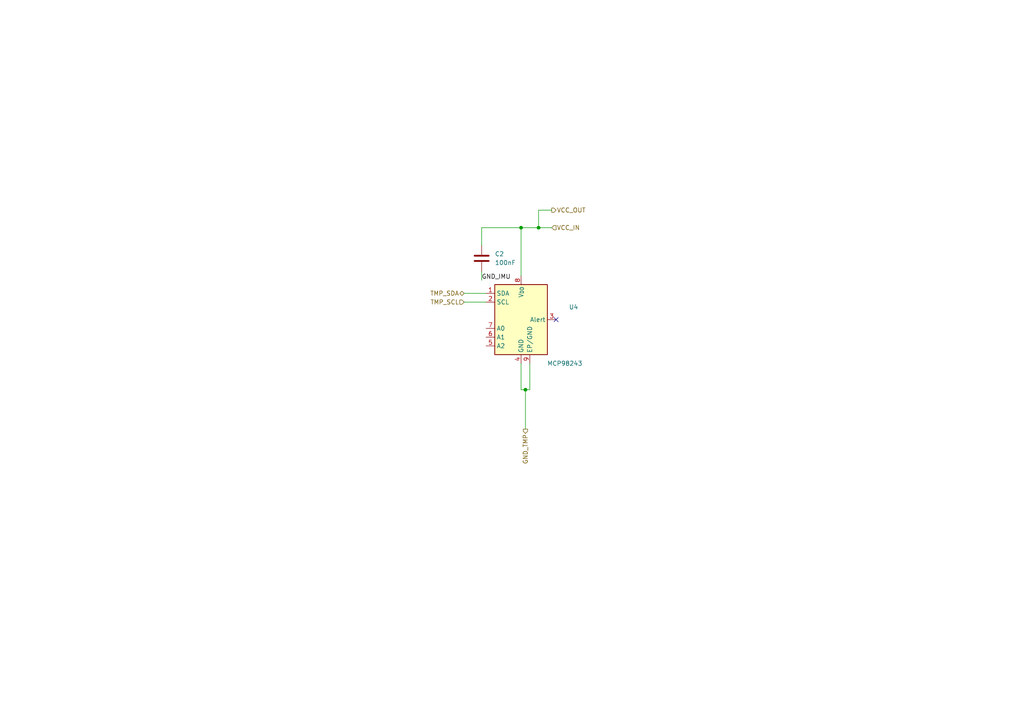
<source format=kicad_sch>
(kicad_sch (version 20230121) (generator eeschema)
  (paper "A4")
  (lib_symbols
    (symbol "Device:C" (pin_numbers hide) (pin_names (offset 0.254))
      (property "Reference" "C" (at 0.635 2.54 0))
      (property "Value" "C" (at 0.635 -2.54 0))
      (symbol "C_0_1"
        (polyline (pts (xy -2.032 -0.762) (xy 2.032 -0.762)) (stroke (width 0.508)))
        (polyline (pts (xy -2.032 0.762) (xy 2.032 0.762)) (stroke (width 0.508)))
      )
      (symbol "C_1_1"
        (pin passive line (at 0 3.81 270) (length 2.794) (name "~") (number "1"))
        (pin passive line (at 0 -3.81 90) (length 2.794) (name "~") (number "2"))
      )
    )
    (symbol "Sensor_Temperature:MCP9808_DFN"
      (property "Reference" "U" (at -6.35 11.43 0))
      (property "Value" "MCP9808_DFN" (at 10.16 11.43 0))
      (symbol "MCP9808_DFN_0_1"
        (rectangle (start -7.62 10.16) (end 7.62 -10.16) (stroke (width 0.254)) (fill (type background)))
      )
      (symbol "MCP9808_DFN_1_1"
        (pin bidirectional line (at -10.16 7.62 0) (length 2.54) (name "SDA") (number "1"))
        (pin input line (at -10.16 5.08 0) (length 2.54) (name "SCL") (number "2"))
        (pin output line (at 10.16 0 180) (length 2.54) (name "Alert") (number "3"))
        (pin power_in line (at 0 -12.7 90) (length 2.54) (name "GND") (number "4"))
        (pin input line (at -10.16 -7.62 0) (length 2.54) (name "A2") (number "5"))
        (pin input line (at -10.16 -5.08 0) (length 2.54) (name "A1") (number "6"))
        (pin input line (at -10.16 -2.54 0) (length 2.54) (name "A0") (number "7"))
        (pin power_in line (at 0 12.7 270) (length 2.54) (name "V_{DD}") (number "8"))
        (pin power_in line (at 2.54 -12.7 90) (length 2.54) (name "EP/GND") (number "9"))
      )
    )
  )
  (junction (at 152.4 113.03))
  (junction (at 156.21 66.04))
  (junction (at 151.13 66.04))
  (no_connect (at 161.29 92.71))
  (wire (pts (xy 134.62 87.63) (xy 140.97 87.63)))
  (wire (pts (xy 153.67 113.03) (xy 152.4 113.03)))
  (wire (pts (xy 139.7 78.74) (xy 139.7 81.28)))
  (wire (pts (xy 134.62 85.09) (xy 140.97 85.09)))
  (wire (pts (xy 160.02 66.04) (xy 156.21 66.04)))
  (wire (pts (xy 151.13 113.03) (xy 152.4 113.03)))
  (wire (pts (xy 139.7 71.12) (xy 139.7 66.04)))
  (wire (pts (xy 160.02 60.96) (xy 156.21 60.96)))
  (wire (pts (xy 151.13 66.04) (xy 151.13 80.01)))
  (wire (pts (xy 156.21 60.96) (xy 156.21 66.04)))
  (wire (pts (xy 152.4 113.03) (xy 152.4 124.46)))
  (wire (pts (xy 156.21 66.04) (xy 151.13 66.04)))
  (wire (pts (xy 151.13 105.41) (xy 151.13 113.03)))
  (wire (pts (xy 153.67 105.41) (xy 153.67 113.03)))
  (wire (pts (xy 139.7 66.04) (xy 151.13 66.04)))
  (label "GND_IMU" (at 139.7 81.28 0))
  (hierarchical_label "GND_TMP" (shape output) (at 152.4 124.46 270))
  (hierarchical_label "VCC_IN" (shape input) (at 160.02 66.04 0))
  (hierarchical_label "VCC_OUT" (shape output) (at 160.02 60.96 0))
  (hierarchical_label "TMP_SCL" (shape input) (at 134.62 87.63 180))
  (hierarchical_label "TMP_SDA" (shape bidirectional) (at 134.62 85.09 180))
  (symbol (lib_id "Device:C") (at 139.7 74.93 0) (unit 1)
    (property "Reference" "C2" (at 143.51 73.66 0) (effects (justify left)))
    (property "Value" "100nF" (at 143.51 76.2 0) (effects (justify left)))
    (property "Footprint" "Capacitor_SMD:C_0603_1608Metric" (effects hide))
    (instances (project "PCB" (path "" (reference "C2") (unit 1)) (path "" (reference "C2") (unit 1)) (path "" (reference "C10") (unit 1)) (path "" (reference "C11") (unit 1))))
  )
  (symbol (lib_id "Sensor_Temperature:MCP9808_DFN") (at 151.13 92.71 0) (unit 1)
    (property "Reference" "U4" (at 166.37 89.0621 0))
    (property "Value" "MCP98243" (at 163.83 105.41 0))
    (property "Footprint" "Package_DFN_QFN:DFN-8-1EP_3x2mm_P0.5mm_EP1.7x1.4mm" (effects hide))
    (property "Datasheet" "http://ww1.microchip.com/downloads/en/DeviceDoc/MCP9808-0.5C-Maximum-Accuracy-Digital-Temperature-Sensor-Data-Sheet-DS20005095B.pdf" (effects hide))
    (instances (project "PCB" (path "" (reference "U4") (unit 1)) (path "" (reference "U1") (unit 1)) (path "" (reference "U6") (unit 1))))
  )
)
</source>
